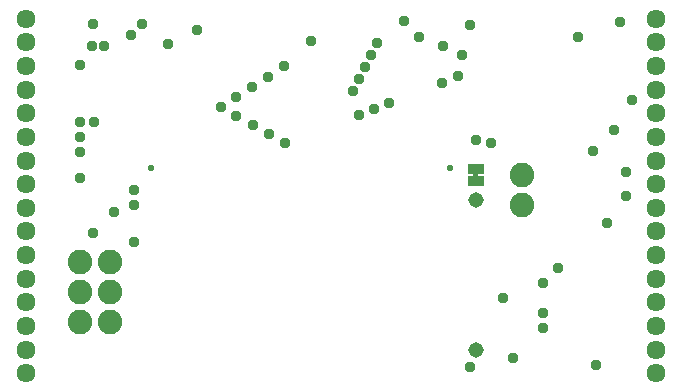
<source format=gbr>
G04 EAGLE Gerber RS-274X export*
G75*
%MOMM*%
%FSLAX34Y34*%
%LPD*%
%INSoldermask Bottom*%
%IPPOS*%
%AMOC8*
5,1,8,0,0,1.08239X$1,22.5*%
G01*
%ADD10C,0.553200*%
%ADD11C,1.611200*%
%ADD12C,2.082800*%
%ADD13C,1.311200*%
%ADD14R,1.473200X0.863600*%
%ADD15C,0.959600*%

G36*
X395035Y177812D02*
X395035Y177812D01*
X395101Y177814D01*
X395144Y177832D01*
X395191Y177840D01*
X395248Y177874D01*
X395308Y177899D01*
X395343Y177930D01*
X395384Y177955D01*
X395426Y178006D01*
X395474Y178050D01*
X395496Y178092D01*
X395525Y178129D01*
X395546Y178191D01*
X395577Y178250D01*
X395585Y178304D01*
X395597Y178341D01*
X395596Y178381D01*
X395604Y178435D01*
X395604Y182245D01*
X395593Y182310D01*
X395591Y182376D01*
X395573Y182419D01*
X395565Y182466D01*
X395531Y182523D01*
X395506Y182583D01*
X395475Y182618D01*
X395450Y182659D01*
X395399Y182701D01*
X395355Y182749D01*
X395313Y182771D01*
X395276Y182800D01*
X395214Y182821D01*
X395155Y182852D01*
X395101Y182860D01*
X395064Y182872D01*
X395024Y182871D01*
X394970Y182879D01*
X392430Y182879D01*
X392365Y182868D01*
X392299Y182866D01*
X392256Y182848D01*
X392209Y182840D01*
X392152Y182806D01*
X392092Y182781D01*
X392057Y182750D01*
X392016Y182725D01*
X391975Y182674D01*
X391926Y182630D01*
X391904Y182588D01*
X391875Y182551D01*
X391854Y182489D01*
X391823Y182430D01*
X391815Y182376D01*
X391803Y182339D01*
X391803Y182335D01*
X391803Y182334D01*
X391804Y182299D01*
X391796Y182245D01*
X391796Y178435D01*
X391807Y178370D01*
X391809Y178304D01*
X391827Y178261D01*
X391835Y178214D01*
X391869Y178157D01*
X391894Y178097D01*
X391925Y178062D01*
X391950Y178021D01*
X392001Y177980D01*
X392045Y177931D01*
X392087Y177909D01*
X392124Y177880D01*
X392186Y177859D01*
X392245Y177828D01*
X392299Y177820D01*
X392336Y177808D01*
X392376Y177809D01*
X392430Y177801D01*
X394970Y177801D01*
X395035Y177812D01*
G37*
D10*
X119000Y186000D03*
X372000Y186000D03*
D11*
X546260Y312560D03*
X546260Y292560D03*
X546260Y272560D03*
X546260Y252560D03*
X546260Y232560D03*
X546260Y212560D03*
X546260Y192560D03*
X546260Y172560D03*
X546260Y152560D03*
X546260Y132560D03*
X546260Y112560D03*
X546260Y92560D03*
X546260Y72560D03*
X546260Y52560D03*
X546260Y32560D03*
X546260Y12560D03*
X12860Y312560D03*
X12860Y292560D03*
X12860Y272560D03*
X12860Y252560D03*
X12860Y232560D03*
X12860Y212560D03*
X12860Y192560D03*
X12860Y172560D03*
X12860Y152560D03*
X12860Y132560D03*
X12860Y112560D03*
X12860Y92560D03*
X12860Y72560D03*
X12860Y52560D03*
X12860Y32560D03*
X12860Y12560D03*
D12*
X433070Y154940D03*
X433070Y180340D03*
D13*
X393700Y158750D03*
X393700Y31750D03*
D12*
X83820Y55880D03*
X58420Y55880D03*
X83820Y81280D03*
X58420Y81280D03*
X83820Y106680D03*
X58420Y106680D03*
D14*
X393700Y175133D03*
X393700Y185547D03*
D15*
X365125Y257810D03*
X393700Y209550D03*
X495300Y19050D03*
X388620Y17780D03*
X504825Y139700D03*
X111125Y307975D03*
X382270Y281940D03*
X492760Y200660D03*
X78740Y289560D03*
X133350Y291465D03*
X388620Y307340D03*
X104140Y167640D03*
X480060Y297180D03*
X515620Y309880D03*
X525780Y243840D03*
X254000Y294005D03*
X365760Y289560D03*
X294640Y261620D03*
X450850Y63500D03*
X309880Y292100D03*
X450850Y88900D03*
X332740Y310515D03*
X417350Y76200D03*
X177800Y238125D03*
X191135Y230505D03*
X205105Y222885D03*
X299720Y271780D03*
X450850Y50800D03*
X217805Y263525D03*
X58420Y199390D03*
X204470Y254635D03*
X190500Y246380D03*
X58420Y177800D03*
X231775Y272415D03*
X58420Y212090D03*
X104140Y123825D03*
X289560Y251460D03*
X463550Y101600D03*
X232410Y207645D03*
X406400Y207645D03*
X218440Y215265D03*
X304800Y281940D03*
X425450Y25400D03*
X520700Y162560D03*
X520700Y182880D03*
X157480Y302895D03*
X101600Y299085D03*
X345440Y297180D03*
X378460Y264160D03*
X510540Y218440D03*
X58420Y224790D03*
X58420Y273685D03*
X87630Y148590D03*
X69850Y130810D03*
X69850Y307975D03*
X320040Y241300D03*
X68580Y289560D03*
X294640Y231140D03*
X307340Y236220D03*
X104140Y154940D03*
X70235Y225040D03*
M02*

</source>
